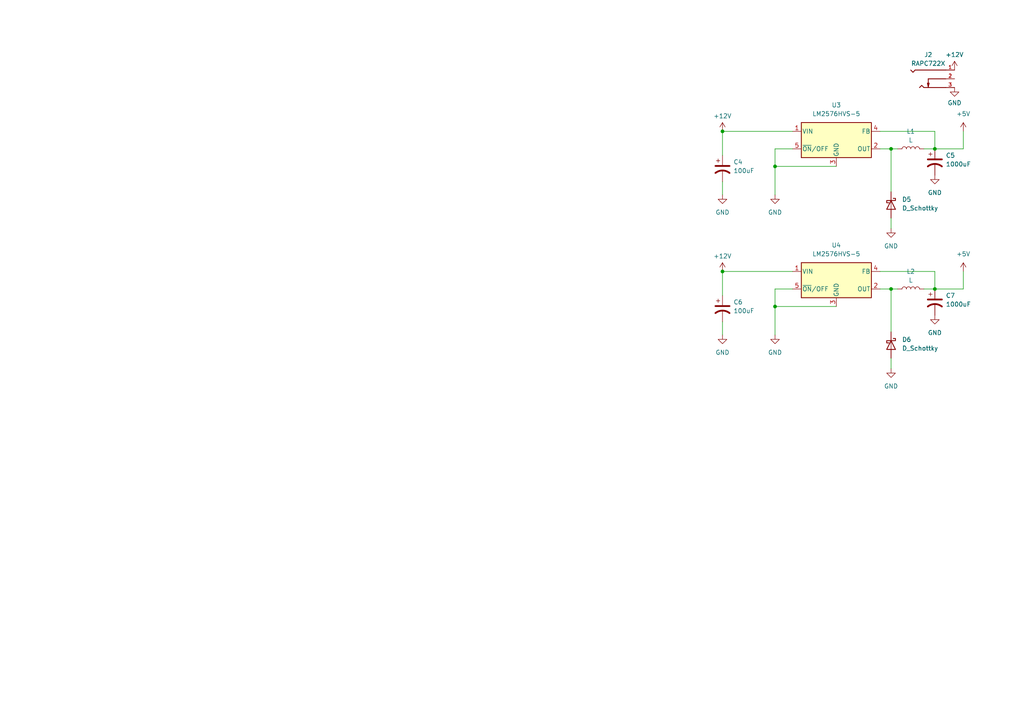
<source format=kicad_sch>
(kicad_sch (version 20230121) (generator eeschema)
  (paper "A4")
  (lib_symbols
    (symbol "Device:C_Polarized_US" (pin_numbers hide) (pin_names (offset 0.254) hide)
      (property "Reference" "C" (at 0.635 2.54 0))
      (property "Value" "C_Polarized_US" (at 0.635 -2.54 0))
      (symbol "C_Polarized_US_0_1"
        (polyline (pts (xy -2.032 0.762) (xy 2.032 0.762)) (stroke (width 0.508)))
        (polyline (pts (xy -1.778 2.286) (xy -0.762 2.286)))
        (polyline (pts (xy -1.27 1.778) (xy -1.27 2.794)))
        (arc (start 2.032 -1.27) (mid 0 -0.5572) (end -2.032 -1.27) (stroke (width 0.508)))
      )
      (symbol "C_Polarized_US_1_1"
        (pin passive line (at 0 3.81 270) (length 2.794) (name "~") (number "1"))
        (pin passive line (at 0 -3.81 90) (length 3.302) (name "~") (number "2"))
      )
    )
    (symbol "Device:D_Schottky" (pin_numbers hide) (pin_names (offset 1.016) hide)
      (property "Reference" "D" (at 0 2.54 0))
      (property "Value" "D_Schottky" (at 0 -2.54 0))
      (symbol "D_Schottky_0_1"
        (polyline (pts (xy 1.27 0) (xy -1.27 0)))
        (polyline (pts (xy 1.27 1.27) (xy 1.27 -1.27) (xy -1.27 0) (xy 1.27 1.27)) (stroke (width 0.254)))
        (polyline (pts (xy -1.905 0.635) (xy -1.905 1.27) (xy -1.27 1.27) (xy -1.27 -1.27) (xy -0.635 -1.27) (xy -0.635 -0.635)) (stroke (width 0.254)))
      )
      (symbol "D_Schottky_1_1"
        (pin passive line (at -3.81 0 0) (length 2.54) (name "K") (number "1"))
        (pin passive line (at 3.81 0 180) (length 2.54) (name "A") (number "2"))
      )
    )
    (symbol "Device:L" (pin_numbers hide) (pin_names (offset 1.016) hide)
      (property "Reference" "L" (at -1.27 0 90))
      (property "Value" "L" (at 1.905 0 90))
      (symbol "L_0_1"
        (arc (start 0 -2.54) (mid 0.6323 -1.905) (end 0 -1.27))
        (arc (start 0 -1.27) (mid 0.6323 -0.635) (end 0 0))
        (arc (start 0 0) (mid 0.6323 0.635) (end 0 1.27))
        (arc (start 0 1.27) (mid 0.6323 1.905) (end 0 2.54))
      )
      (symbol "L_1_1"
        (pin passive line (at 0 3.81 270) (length 1.27) (name "1") (number "1"))
        (pin passive line (at 0 -3.81 90) (length 1.27) (name "2") (number "2"))
      )
    )
    (symbol "RAPC722X:RAPC722X" (pin_names (offset 1.016))
      (property "Reference" "J" (at -5.08 5.08 0))
      (property "Value" "RAPC722X" (at -5.08 -6.35 0))
      (symbol "RAPC722X_0_0"
        (polyline (pts (xy -4.445 1.905) (xy -5.08 2.54)) (stroke (width 0.254)))
        (polyline (pts (xy -3.81 2.54) (xy -4.445 1.905)) (stroke (width 0.254)))
        (polyline (pts (xy -1.905 -1.905) (xy -2.54 -2.54)) (stroke (width 0.254)))
        (polyline (pts (xy -1.27 -2.54) (xy -1.905 -1.905)) (stroke (width 0.254)))
        (polyline (pts (xy 0 0) (xy 0 -2.54)) (stroke (width 0.254)))
        (polyline (pts (xy 0 0) (xy 5.08 0)) (stroke (width 0.254)))
        (polyline (pts (xy 5.08 -2.54) (xy -1.27 -2.54)) (stroke (width 0.254)))
        (polyline (pts (xy 5.08 2.54) (xy -3.81 2.54)) (stroke (width 0.254)))
        (polyline (pts (xy 0 -2.286) (xy 0.254 -1.27) (xy -0.254 -1.27) (xy 0 -2.286)) (stroke (width 0.254)) (fill (type outline)))
        (pin passive line (at 7.62 2.54 180) (length 2.54) (name "~") (number "1"))
        (pin passive line (at 7.62 0 180) (length 2.54) (name "~") (number "2"))
        (pin passive line (at 7.62 -2.54 180) (length 2.54) (name "~") (number "3"))
      )
    )
    (symbol "Regulator_Switching:LM2576HVS-5" (pin_names (offset 0.254))
      (property "Reference" "U" (at -10.16 6.35 0))
      (property "Value" "LM2576HVS-5" (at 0 6.35 0))
      (symbol "LM2576HVS-5_0_1"
        (rectangle (start -10.16 5.08) (end 10.16 -5.08) (stroke (width 0.254)) (fill (type background)))
      )
      (symbol "LM2576HVS-5_1_1"
        (pin power_in line (at -12.7 2.54 0) (length 2.54) (name "VIN") (number "1"))
        (pin output line (at 12.7 -2.54 180) (length 2.54) (name "OUT") (number "2"))
        (pin power_in line (at 0 -7.62 90) (length 2.54) (name "GND") (number "3"))
        (pin input line (at 12.7 2.54 180) (length 2.54) (name "FB") (number "4"))
        (pin input line (at -12.7 -2.54 0) (length 2.54) (name "~{ON}/OFF") (number "5"))
      )
    )
    (symbol "power:+12V" (power) (pin_names (offset 0))
      (property "Value" "+12V" (at 0 3.556 0))
      (symbol "+12V_0_1"
        (polyline (pts (xy -0.762 1.27) (xy 0 2.54)))
        (polyline (pts (xy 0 0) (xy 0 2.54)))
        (polyline (pts (xy 0 2.54) (xy 0.762 1.27)))
      )
      (symbol "+12V_1_1"
        (pin power_in line (at 0 0 90) (length 0) hide (name "+12V") (number "1"))
      )
    )
    (symbol "power:+5V" (power) (pin_names (offset 0))
      (property "Value" "+5V" (at 0 3.556 0))
      (symbol "+5V_0_1"
        (polyline (pts (xy -0.762 1.27) (xy 0 2.54)))
        (polyline (pts (xy 0 0) (xy 0 2.54)))
        (polyline (pts (xy 0 2.54) (xy 0.762 1.27)))
      )
      (symbol "+5V_1_1"
        (pin power_in line (at 0 0 90) (length 0) hide (name "+5V") (number "1"))
      )
    )
    (symbol "power:GND" (power) (pin_names (offset 0))
      (property "Value" "GND" (at 0 -3.81 0))
      (symbol "GND_0_1"
        (polyline (pts (xy 0 0) (xy 0 -1.27) (xy 1.27 -1.27) (xy 0 -2.54) (xy -1.27 -1.27) (xy 0 -1.27)))
      )
      (symbol "GND_1_1"
        (pin power_in line (at 0 0 270) (length 0) hide (name "GND") (number "1"))
      )
    )
  )
  (junction (at 258.445 83.82))
  (junction (at 224.79 48.26))
  (junction (at 258.445 43.18))
  (junction (at 209.55 78.74))
  (junction (at 209.55 38.1))
  (junction (at 224.79 88.9))
  (junction (at 271.145 43.18))
  (junction (at 271.145 83.82))
  (wire (pts (xy 260.35 43.18) (xy 258.445 43.18)))
  (wire (pts (xy 224.79 56.515) (xy 224.79 48.26)))
  (wire (pts (xy 258.445 66.294) (xy 258.445 63.246)))
  (wire (pts (xy 255.27 38.1) (xy 271.145 38.1)))
  (wire (pts (xy 271.145 43.18) (xy 267.97 43.18)))
  (wire (pts (xy 258.445 83.82) (xy 255.27 83.82)))
  (wire (pts (xy 258.445 96.266) (xy 258.445 83.82)))
  (wire (pts (xy 271.145 43.18) (xy 279.4 43.18)))
  (wire (pts (xy 258.445 55.626) (xy 258.445 43.18)))
  (wire (pts (xy 255.27 78.74) (xy 271.145 78.74)))
  (wire (pts (xy 271.145 78.74) (xy 271.145 83.82)))
  (wire (pts (xy 209.55 93.345) (xy 209.55 97.155)))
  (wire (pts (xy 224.79 43.18) (xy 229.87 43.18)))
  (wire (pts (xy 224.79 48.26) (xy 242.57 48.26)))
  (wire (pts (xy 271.145 38.1) (xy 271.145 43.18)))
  (wire (pts (xy 271.145 83.82) (xy 279.4 83.82)))
  (wire (pts (xy 209.55 45.085) (xy 209.55 38.1)))
  (wire (pts (xy 224.79 88.9) (xy 242.57 88.9)))
  (wire (pts (xy 209.55 78.74) (xy 229.87 78.74)))
  (wire (pts (xy 209.55 52.705) (xy 209.55 56.515)))
  (wire (pts (xy 224.79 83.82) (xy 229.87 83.82)))
  (wire (pts (xy 224.79 88.9) (xy 224.79 83.82)))
  (wire (pts (xy 279.4 78.74) (xy 279.4 83.82)))
  (wire (pts (xy 258.445 106.934) (xy 258.445 103.886)))
  (wire (pts (xy 279.4 38.1) (xy 279.4 43.18)))
  (wire (pts (xy 260.35 83.82) (xy 258.445 83.82)))
  (wire (pts (xy 209.55 85.725) (xy 209.55 78.74)))
  (wire (pts (xy 209.55 38.1) (xy 229.87 38.1)))
  (wire (pts (xy 224.79 97.155) (xy 224.79 88.9)))
  (wire (pts (xy 271.145 83.82) (xy 267.97 83.82)))
  (wire (pts (xy 258.445 43.18) (xy 255.27 43.18)))
  (wire (pts (xy 224.79 48.26) (xy 224.79 43.18)))
  (symbol (lib_id "power:GND") (at 271.145 91.44 0) (unit 1)
    (property "Reference" "#PWR019" (effects hide))
    (property "Value" "GND" (at 271.145 96.52 0))
  )
  (symbol (lib_id "Device:L") (at 264.16 83.82 90) (unit 1)
    (property "Reference" "L2" (at 264.16 78.74 90))
    (property "Value" "L" (at 264.16 81.28 90))
  )
  (symbol (lib_id "Device:D_Schottky") (at 258.445 100.076 270) (unit 1)
    (property "Reference" "D6" (at 261.62 98.4885 90) (effects (justify left)))
    (property "Value" "D_Schottky" (at 261.62 101.0285 90) (effects (justify left)))
  )
  (symbol (lib_id "RAPC722X:RAPC722X") (at 269.24 22.86 0) (unit 1)
    (property "Reference" "J2" (at 269.24 15.875 0))
    (property "Value" "RAPC722X" (at 269.24 18.415 0))
    (property "Footprint" "RAPC722X:SWITCHCRAFT_RAPC722X" (effects hide))
    (property "MF" "Switchcraft Inc." (effects hide))
    (property "DESCRIPTION" "Power Barrel Connector Jack 2.00mm ID (0.079), 5.50mm OD (0.217) Through Hole, Right Angle" (effects hide))
    (property "PACKAGE" "None" (effects hide))
    (property "PRICE" "None" (effects hide))
    (property "Package" "None" (effects hide))
    (property "Check_prices" "https://www.snapeda.com/parts/RAPC722X/Switchcraft+Inc./view-part/?ref=eda" (effects hide))
    (property "Price" "None" (effects hide))
    (property "SnapEDA_Link" "https://www.snapeda.com/parts/RAPC722X/Switchcraft+Inc./view-part/?ref=snap" (effects hide))
    (property "MP" "RAPC722X" (effects hide))
    (property "Purchase-URL" "https://www.snapeda.com/api/url_track_click_mouser/?unipart_id=235468&manufacturer=Switchcraft Inc.&part_name=RAPC722X&search_term=None" (effects hide))
    (property "Description" "\nConn AV Power Jack Mini 2.0mmPinDia RtAngle Thru-hole forS760 S765Plug | Switchcraft RAPC722X\n" (effects hide))
    (property "Availability" "In Stock" (effects hide))
    (property "AVAILABILITY" "In Stock" (effects hide))
    (property "PURCHASE-URL" "https://pricing.snapeda.com/search/part/RAPC722X/?ref=eda" (effects hide))
  )
  (symbol (lib_id "Device:C_Polarized_US") (at 271.145 87.63 0) (unit 1)
    (property "Reference" "C7" (at 274.32 85.725 0) (effects (justify left)))
    (property "Value" "1000uF" (at 274.32 88.265 0) (effects (justify left)))
  )
  (symbol (lib_id "power:GND") (at 271.145 50.8 0) (unit 1)
    (property "Reference" "#PWR035" (effects hide))
    (property "Value" "GND" (at 271.145 55.88 0))
  )
  (symbol (lib_id "power:GND") (at 258.445 106.934 0) (unit 1)
    (property "Reference" "#PWR018" (effects hide))
    (property "Value" "GND" (at 258.445 112.014 0))
  )
  (symbol (lib_id "power:GND") (at 224.79 97.155 0) (unit 1)
    (property "Reference" "#PWR017" (effects hide))
    (property "Value" "GND" (at 224.79 102.235 0))
  )
  (symbol (lib_id "Device:D_Schottky") (at 258.445 59.436 270) (unit 1)
    (property "Reference" "D5" (at 261.62 57.8485 90) (effects (justify left)))
    (property "Value" "D_Schottky" (at 261.62 60.3885 90) (effects (justify left)))
  )
  (symbol (lib_id "Regulator_Switching:LM2576HVS-5") (at 242.57 40.64 0) (unit 1)
    (property "Reference" "U3" (at 242.57 30.48 0))
    (property "Value" "LM2576HVS-5" (at 242.57 33.02 0))
    (property "Footprint" "Package_TO_SOT_SMD:TO-263-5_TabPin3" (effects hide))
    (property "Datasheet" "http://www.ti.com/lit/ds/symlink/lm2576.pdf" (effects hide))
  )
  (symbol (lib_id "power:GND") (at 209.55 56.515 0) (unit 1)
    (property "Reference" "#PWR032" (effects hide))
    (property "Value" "GND" (at 209.55 61.595 0))
  )
  (symbol (lib_id "power:+12V") (at 209.55 78.74 0) (unit 1)
    (property "Reference" "#PWR015" (effects hide))
    (property "Value" "+12V" (at 209.55 74.295 0))
  )
  (symbol (lib_id "power:GND") (at 276.86 25.4 0) (unit 1)
    (property "Reference" "#PWR014" (effects hide))
    (property "Value" "GND" (at 276.86 29.845 0))
  )
  (symbol (lib_id "Device:C_Polarized_US") (at 209.55 48.895 0) (unit 1)
    (property "Reference" "C4" (at 212.725 46.99 0) (effects (justify left)))
    (property "Value" "100uF" (at 212.725 49.53 0) (effects (justify left)))
  )
  (symbol (lib_id "power:+12V") (at 209.55 38.1 0) (unit 1)
    (property "Reference" "#PWR031" (effects hide))
    (property "Value" "+12V" (at 209.55 33.655 0))
  )
  (symbol (lib_id "Device:C_Polarized_US") (at 271.145 46.99 0) (unit 1)
    (property "Reference" "C5" (at 274.32 45.085 0) (effects (justify left)))
    (property "Value" "1000uF" (at 274.32 47.625 0) (effects (justify left)))
  )
  (symbol (lib_id "power:GND") (at 258.445 66.294 0) (unit 1)
    (property "Reference" "#PWR034" (effects hide))
    (property "Value" "GND" (at 258.445 71.374 0))
  )
  (symbol (lib_id "power:GND") (at 209.55 97.155 0) (unit 1)
    (property "Reference" "#PWR016" (effects hide))
    (property "Value" "GND" (at 209.55 102.235 0))
  )
  (symbol (lib_id "power:+12V") (at 276.86 20.32 0) (unit 1)
    (property "Reference" "#PWR013" (effects hide))
    (property "Value" "+12V" (at 276.86 15.875 0))
  )
  (symbol (lib_id "power:+5V") (at 279.4 78.74 0) (unit 1)
    (property "Reference" "#PWR020" (effects hide))
    (property "Value" "+5V" (at 279.4 73.66 0))
  )
  (symbol (lib_id "Regulator_Switching:LM2576HVS-5") (at 242.57 81.28 0) (unit 1)
    (property "Reference" "U4" (at 242.57 71.12 0))
    (property "Value" "LM2576HVS-5" (at 242.57 73.66 0))
    (property "Footprint" "Package_TO_SOT_SMD:TO-263-5_TabPin3" (effects hide))
    (property "Datasheet" "http://www.ti.com/lit/ds/symlink/lm2576.pdf" (effects hide))
  )
  (symbol (lib_id "power:GND") (at 224.79 56.515 0) (unit 1)
    (property "Reference" "#PWR033" (effects hide))
    (property "Value" "GND" (at 224.79 61.595 0))
  )
  (symbol (lib_id "power:+5V") (at 279.4 38.1 0) (unit 1)
    (property "Reference" "#PWR036" (effects hide))
    (property "Value" "+5V" (at 279.4 33.02 0))
  )
  (symbol (lib_id "Device:L") (at 264.16 43.18 90) (unit 1)
    (property "Reference" "L1" (at 264.16 38.1 90))
    (property "Value" "L" (at 264.16 40.64 90))
  )
  (symbol (lib_id "Device:C_Polarized_US") (at 209.55 89.535 0) (unit 1)
    (property "Reference" "C6" (at 212.725 87.63 0) (effects (justify left)))
    (property "Value" "100uF" (at 212.725 90.17 0) (effects (justify left)))
  )
)
</source>
